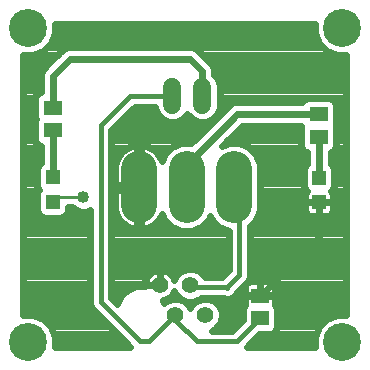
<source format=gtl>
G75*
%MOIN*%
%OFA0B0*%
%FSLAX24Y24*%
%IPPOS*%
%LPD*%
%AMOC8*
5,1,8,0,0,1.08239X$1,22.5*
%
%ADD10C,0.0560*%
%ADD11C,0.0594*%
%ADD12C,0.1185*%
%ADD13R,0.0591X0.0512*%
%ADD14R,0.0630X0.0512*%
%ADD15R,0.0472X0.0472*%
%ADD16C,0.0240*%
%ADD17C,0.0100*%
%ADD18C,0.0160*%
%ADD19C,0.0400*%
%ADD20C,0.1266*%
D10*
X005259Y002787D03*
X006259Y002787D03*
X005759Y001787D03*
X006759Y001787D03*
D11*
X006669Y008801D02*
X006669Y009395D01*
X005669Y009395D02*
X005669Y008801D01*
D12*
X006141Y006647D02*
X006141Y005462D01*
X004561Y005462D02*
X004561Y006647D01*
X007721Y006647D02*
X007721Y005462D01*
D13*
X008590Y002440D03*
X008590Y001692D03*
D14*
X010543Y007736D03*
X010543Y008484D03*
X001677Y008704D03*
X001677Y007956D03*
D15*
X001677Y006381D03*
X001677Y005555D03*
X010555Y005547D03*
X010555Y006374D03*
D16*
X010543Y006385D01*
X010543Y007736D01*
X010940Y007214D02*
X011015Y007245D01*
X011093Y007323D01*
X011135Y007425D01*
X011135Y008047D01*
X011109Y008110D01*
X011135Y008173D01*
X011135Y008795D01*
X011093Y008897D01*
X011015Y008975D01*
X010913Y009017D01*
X010173Y009017D01*
X010071Y008975D01*
X009993Y008897D01*
X009986Y008881D01*
X007735Y008881D01*
X007589Y008821D01*
X007478Y008709D01*
X006286Y007517D01*
X005968Y007517D01*
X005648Y007385D01*
X005404Y007140D01*
X005320Y006938D01*
X005292Y007007D01*
X005238Y007100D01*
X005173Y007184D01*
X005098Y007259D01*
X005014Y007324D01*
X004921Y007377D01*
X004823Y007418D01*
X004720Y007446D01*
X004639Y007456D01*
X004639Y006132D01*
X004484Y006132D01*
X004484Y007456D01*
X004402Y007446D01*
X004300Y007418D01*
X004201Y007377D01*
X004109Y007324D01*
X004024Y007259D01*
X003949Y007184D01*
X003884Y007100D01*
X003831Y007007D01*
X003790Y006909D01*
X003763Y006806D01*
X003749Y006700D01*
X003749Y006132D01*
X004484Y006132D01*
X004484Y005977D01*
X004639Y005977D01*
X004639Y004653D01*
X004720Y004664D01*
X004823Y004691D01*
X004921Y004732D01*
X005014Y004785D01*
X005098Y004850D01*
X005173Y004925D01*
X005238Y005010D01*
X005292Y005102D01*
X005320Y005171D01*
X005404Y004969D01*
X005648Y004725D01*
X005968Y004592D01*
X006314Y004592D01*
X006634Y004725D01*
X006879Y004969D01*
X006931Y005096D01*
X006984Y004969D01*
X007228Y004725D01*
X007540Y004596D01*
X007540Y003281D01*
X007336Y003077D01*
X006742Y003077D01*
X006732Y003103D01*
X006575Y003260D01*
X006370Y003344D01*
X006148Y003344D01*
X005944Y003260D01*
X005787Y003103D01*
X005728Y002962D01*
X005723Y002979D01*
X005687Y003049D01*
X005641Y003113D01*
X005585Y003168D01*
X005521Y003215D01*
X005451Y003250D01*
X005376Y003275D01*
X005299Y003287D01*
X005259Y003287D01*
X005220Y003287D01*
X005142Y003275D01*
X005067Y003250D01*
X004997Y003215D01*
X004934Y003168D01*
X004878Y003113D01*
X004832Y003049D01*
X004796Y002979D01*
X004772Y002904D01*
X004759Y002826D01*
X004759Y002787D01*
X005259Y002787D01*
X005259Y002787D01*
X004759Y002787D01*
X004759Y002748D01*
X004760Y002746D01*
X004459Y002746D01*
X004160Y002622D01*
X003930Y002392D01*
X003838Y002169D01*
X003638Y002368D01*
X003638Y007972D01*
X004407Y008740D01*
X005094Y008740D01*
X005094Y008687D01*
X005182Y008476D01*
X005343Y008314D01*
X005555Y008227D01*
X005783Y008227D01*
X005994Y008314D01*
X006156Y008476D01*
X006169Y008507D01*
X006182Y008476D01*
X006343Y008314D01*
X006555Y008227D01*
X006783Y008227D01*
X006994Y008314D01*
X007156Y008476D01*
X007243Y008687D01*
X007243Y009509D01*
X007156Y009720D01*
X007066Y009810D01*
X007066Y009992D01*
X007006Y010138D01*
X006581Y010563D01*
X006581Y010563D01*
X006469Y010675D01*
X006323Y010736D01*
X002188Y010736D01*
X002042Y010675D01*
X001930Y010563D01*
X001452Y010085D01*
X001340Y009973D01*
X001279Y009827D01*
X001279Y009226D01*
X001205Y009195D01*
X001126Y009117D01*
X001084Y009015D01*
X001084Y008393D01*
X001110Y008330D01*
X001084Y008267D01*
X001084Y007645D01*
X001126Y007543D01*
X001205Y007465D01*
X001279Y007434D01*
X001279Y006849D01*
X001205Y006775D01*
X001163Y006673D01*
X001163Y006090D01*
X001205Y005988D01*
X001225Y005968D01*
X001205Y005948D01*
X001163Y005846D01*
X001163Y005263D01*
X001205Y005161D01*
X001283Y005083D01*
X001385Y005041D01*
X001968Y005041D01*
X002070Y005083D01*
X002148Y005161D01*
X002190Y005263D01*
X002190Y005393D01*
X002333Y005393D01*
X002410Y005315D01*
X002586Y005243D01*
X002776Y005243D01*
X002923Y005304D01*
X002923Y002149D01*
X002978Y002018D01*
X004255Y000740D01*
X001760Y000740D01*
X001760Y001070D01*
X001622Y001405D01*
X001366Y001661D01*
X001031Y001800D01*
X000701Y001800D01*
X000701Y010451D01*
X001031Y010451D01*
X001366Y010590D01*
X001622Y010846D01*
X001760Y011181D01*
X001760Y011511D01*
X010412Y011511D01*
X010412Y011181D01*
X010550Y010846D01*
X010807Y010590D01*
X011141Y010451D01*
X011472Y010451D01*
X011472Y001800D01*
X011141Y001800D01*
X010807Y001661D01*
X010550Y001405D01*
X010412Y001070D01*
X010412Y000740D01*
X008143Y000740D01*
X008562Y001159D01*
X008941Y001159D01*
X009043Y001201D01*
X009121Y001279D01*
X009163Y001381D01*
X009163Y002004D01*
X009121Y002106D01*
X009098Y002128D01*
X011472Y002128D01*
X011472Y001890D02*
X009163Y001890D01*
X009163Y001651D02*
X010796Y001651D01*
X010558Y001413D02*
X009163Y001413D01*
X008977Y001174D02*
X010455Y001174D01*
X010412Y000936D02*
X008339Y000936D01*
X007805Y001413D02*
X007173Y001413D01*
X007232Y001471D02*
X007075Y001314D01*
X006986Y001277D01*
X007670Y001277D01*
X008017Y001625D01*
X008017Y002004D01*
X008060Y002106D01*
X008082Y002128D01*
X007207Y002128D01*
X007232Y002103D02*
X007075Y002260D01*
X006870Y002344D01*
X006648Y002344D01*
X006444Y002260D01*
X006287Y002103D01*
X006259Y002037D01*
X006232Y002103D01*
X006075Y002260D01*
X005870Y002344D01*
X005648Y002344D01*
X005444Y002260D01*
X005390Y002206D01*
X005353Y002296D01*
X005376Y002299D01*
X005451Y002324D01*
X005521Y002359D01*
X005585Y002406D01*
X005641Y002461D01*
X005687Y002525D01*
X005723Y002595D01*
X005728Y002612D01*
X005787Y002471D01*
X005944Y002314D01*
X006148Y002229D01*
X006370Y002229D01*
X006575Y002314D01*
X006623Y002363D01*
X007385Y002363D01*
X007432Y002343D01*
X007575Y002343D01*
X007706Y002397D01*
X007807Y002498D01*
X007834Y002565D01*
X008100Y002830D01*
X008200Y002931D01*
X008255Y003062D01*
X008255Y004765D01*
X008459Y004969D01*
X008591Y005289D01*
X008591Y006820D01*
X008459Y007140D01*
X008214Y007385D01*
X007894Y007517D01*
X007548Y007517D01*
X007312Y007419D01*
X007979Y008086D01*
X009967Y008086D01*
X009950Y008047D01*
X009950Y007425D01*
X009993Y007323D01*
X010071Y007245D01*
X010145Y007214D01*
X010145Y006829D01*
X010083Y006767D01*
X010041Y006665D01*
X010041Y006082D01*
X010083Y005980D01*
X010144Y005920D01*
X010142Y005918D01*
X010113Y005868D01*
X010098Y005812D01*
X010098Y005547D01*
X010555Y005547D01*
X011011Y005547D01*
X011011Y005812D01*
X010996Y005868D01*
X010967Y005918D01*
X010965Y005920D01*
X011026Y005980D01*
X011068Y006082D01*
X011068Y006665D01*
X011026Y006767D01*
X010948Y006845D01*
X010940Y006848D01*
X010940Y007214D01*
X010940Y007137D02*
X011472Y007137D01*
X011472Y007375D02*
X011115Y007375D01*
X011135Y007614D02*
X011472Y007614D01*
X011472Y007852D02*
X011135Y007852D01*
X011117Y008091D02*
X011472Y008091D01*
X011472Y008329D02*
X011135Y008329D01*
X011135Y008568D02*
X011472Y008568D01*
X011472Y008806D02*
X011131Y008806D01*
X011472Y009045D02*
X007243Y009045D01*
X007243Y009283D02*
X011472Y009283D01*
X011472Y009522D02*
X007238Y009522D01*
X007116Y009760D02*
X011472Y009760D01*
X011472Y009999D02*
X007064Y009999D01*
X006907Y010237D02*
X011472Y010237D01*
X011083Y010476D02*
X006668Y010476D01*
X006375Y010714D02*
X010682Y010714D01*
X010506Y010953D02*
X001666Y010953D01*
X001760Y011191D02*
X010412Y011191D01*
X010412Y011430D02*
X001760Y011430D01*
X001490Y010714D02*
X002136Y010714D01*
X001843Y010476D02*
X001090Y010476D01*
X000701Y010237D02*
X001604Y010237D01*
X001452Y010085D02*
X001452Y010085D01*
X001366Y009999D02*
X000701Y009999D01*
X000701Y009760D02*
X001279Y009760D01*
X001279Y009522D02*
X000701Y009522D01*
X000701Y009283D02*
X001279Y009283D01*
X001096Y009045D02*
X000701Y009045D01*
X000701Y008806D02*
X001084Y008806D01*
X001084Y008568D02*
X000701Y008568D01*
X000701Y008329D02*
X001110Y008329D01*
X001084Y008091D02*
X000701Y008091D01*
X000701Y007852D02*
X001084Y007852D01*
X001097Y007614D02*
X000701Y007614D01*
X000701Y007375D02*
X001279Y007375D01*
X001279Y007137D02*
X000701Y007137D01*
X000701Y006898D02*
X001279Y006898D01*
X001163Y006660D02*
X000701Y006660D01*
X000701Y006421D02*
X001163Y006421D01*
X001163Y006183D02*
X000701Y006183D01*
X000701Y005944D02*
X001204Y005944D01*
X001163Y005706D02*
X000701Y005706D01*
X000701Y005467D02*
X001163Y005467D01*
X001177Y005229D02*
X000701Y005229D01*
X000701Y004990D02*
X002923Y004990D01*
X002923Y004752D02*
X000701Y004752D01*
X000701Y004513D02*
X002923Y004513D01*
X002923Y004275D02*
X000701Y004275D01*
X000701Y004036D02*
X002923Y004036D01*
X002923Y003798D02*
X000701Y003798D01*
X000701Y003559D02*
X002923Y003559D01*
X002923Y003321D02*
X000701Y003321D01*
X000701Y003082D02*
X002923Y003082D01*
X002923Y002844D02*
X000701Y002844D01*
X000701Y002605D02*
X002923Y002605D01*
X002923Y002367D02*
X000701Y002367D01*
X000701Y002128D02*
X002932Y002128D01*
X003106Y001890D02*
X000701Y001890D01*
X001376Y001651D02*
X003344Y001651D01*
X003583Y001413D02*
X001614Y001413D01*
X001718Y001174D02*
X003821Y001174D01*
X004060Y000936D02*
X001760Y000936D01*
X003640Y002367D02*
X003920Y002367D01*
X004143Y002605D02*
X003638Y002605D01*
X003638Y002844D02*
X004762Y002844D01*
X004856Y003082D02*
X003638Y003082D01*
X003638Y003321D02*
X006091Y003321D01*
X005778Y003082D02*
X005663Y003082D01*
X005259Y003082D02*
X005259Y003082D01*
X005259Y003287D02*
X005259Y002787D01*
X005259Y003287D01*
X005259Y002844D02*
X005259Y002844D01*
X005259Y002787D02*
X005259Y002787D01*
X005531Y002367D02*
X005891Y002367D01*
X005731Y002605D02*
X005726Y002605D01*
X006207Y002128D02*
X006312Y002128D01*
X007232Y002103D02*
X007317Y001898D01*
X007317Y001676D01*
X007232Y001471D01*
X007306Y001651D02*
X008017Y001651D01*
X008017Y001890D02*
X007317Y001890D01*
X007632Y002367D02*
X008075Y002367D01*
X008075Y002433D02*
X008075Y002156D01*
X008082Y002128D01*
X008075Y002433D02*
X008582Y002433D01*
X008582Y002448D01*
X008075Y002448D01*
X008075Y002725D01*
X008090Y002781D01*
X008119Y002831D01*
X008160Y002872D01*
X008210Y002901D01*
X008266Y002916D01*
X008582Y002916D01*
X008582Y002448D01*
X008598Y002448D01*
X009105Y002448D01*
X009105Y002725D01*
X009090Y002781D01*
X009061Y002831D01*
X009020Y002872D01*
X008970Y002901D01*
X008914Y002916D01*
X008598Y002916D01*
X008598Y002448D01*
X008598Y002433D01*
X009105Y002433D01*
X009105Y002156D01*
X009098Y002128D01*
X009105Y002367D02*
X011472Y002367D01*
X011472Y002605D02*
X009105Y002605D01*
X009049Y002844D02*
X011472Y002844D01*
X011472Y003082D02*
X008255Y003082D01*
X008255Y003321D02*
X011472Y003321D01*
X011472Y003559D02*
X008255Y003559D01*
X008255Y003798D02*
X011472Y003798D01*
X011472Y004036D02*
X008255Y004036D01*
X008255Y004275D02*
X011472Y004275D01*
X011472Y004513D02*
X008255Y004513D01*
X008255Y004752D02*
X011472Y004752D01*
X011472Y004990D02*
X008467Y004990D01*
X008566Y005229D02*
X010113Y005229D01*
X010113Y005226D02*
X010142Y005175D01*
X010183Y005135D01*
X010234Y005106D01*
X010289Y005091D01*
X010555Y005091D01*
X010820Y005091D01*
X010876Y005106D01*
X010926Y005135D01*
X010967Y005175D01*
X010996Y005226D01*
X011011Y005282D01*
X011011Y005547D01*
X010555Y005547D01*
X010555Y005547D01*
X010555Y004405D01*
X008590Y002440D01*
X008582Y002605D02*
X008598Y002605D01*
X008582Y002844D02*
X008598Y002844D01*
X008131Y002844D02*
X008113Y002844D01*
X008075Y002605D02*
X007874Y002605D01*
X007340Y003082D02*
X006741Y003082D01*
X006428Y003321D02*
X007540Y003321D01*
X007540Y003559D02*
X003638Y003559D01*
X003638Y003798D02*
X007540Y003798D01*
X007540Y004036D02*
X003638Y004036D01*
X003638Y004275D02*
X007540Y004275D01*
X007540Y004513D02*
X003638Y004513D01*
X003638Y004752D02*
X004167Y004752D01*
X004201Y004732D02*
X004300Y004691D01*
X004402Y004664D01*
X004484Y004653D01*
X004484Y005977D01*
X003749Y005977D01*
X003749Y005409D01*
X003763Y005303D01*
X003790Y005200D01*
X003831Y005102D01*
X003884Y005010D01*
X003949Y004925D01*
X004024Y004850D01*
X004109Y004785D01*
X004201Y004732D01*
X004484Y004752D02*
X004639Y004752D01*
X004639Y004990D02*
X004484Y004990D01*
X004484Y005229D02*
X004639Y005229D01*
X004639Y005467D02*
X004484Y005467D01*
X004484Y005706D02*
X004639Y005706D01*
X004639Y005944D02*
X004484Y005944D01*
X004484Y006183D02*
X004639Y006183D01*
X004639Y006421D02*
X004484Y006421D01*
X004484Y006660D02*
X004639Y006660D01*
X004639Y006898D02*
X004484Y006898D01*
X004484Y007137D02*
X004639Y007137D01*
X004639Y007375D02*
X004484Y007375D01*
X004197Y007375D02*
X003638Y007375D01*
X003638Y007137D02*
X003913Y007137D01*
X003787Y006898D02*
X003638Y006898D01*
X003638Y006660D02*
X003749Y006660D01*
X003749Y006421D02*
X003638Y006421D01*
X003638Y006183D02*
X003749Y006183D01*
X003749Y005944D02*
X003638Y005944D01*
X003638Y005706D02*
X003749Y005706D01*
X003749Y005467D02*
X003638Y005467D01*
X003638Y005229D02*
X003783Y005229D01*
X003899Y004990D02*
X003638Y004990D01*
X002923Y005229D02*
X002176Y005229D01*
X001677Y006381D02*
X001677Y007956D01*
X001677Y008704D02*
X001677Y009748D01*
X002267Y010338D01*
X006244Y010338D01*
X006669Y009913D01*
X006669Y009098D01*
X007243Y008806D02*
X007575Y008806D01*
X007336Y008568D02*
X007194Y008568D01*
X007098Y008329D02*
X007009Y008329D01*
X006859Y008091D02*
X003757Y008091D01*
X003638Y007852D02*
X006621Y007852D01*
X006382Y007614D02*
X003638Y007614D01*
X003995Y008329D02*
X005329Y008329D01*
X005144Y008568D02*
X004234Y008568D01*
X004926Y007375D02*
X005639Y007375D01*
X005402Y007137D02*
X005210Y007137D01*
X006141Y006811D02*
X007814Y008484D01*
X010543Y008484D01*
X009950Y007852D02*
X007745Y007852D01*
X007506Y007614D02*
X009950Y007614D01*
X009971Y007375D02*
X008224Y007375D01*
X008460Y007137D02*
X010145Y007137D01*
X010145Y006898D02*
X008559Y006898D01*
X008591Y006660D02*
X010041Y006660D01*
X010041Y006421D02*
X008591Y006421D01*
X008591Y006183D02*
X010041Y006183D01*
X010119Y005944D02*
X008591Y005944D01*
X008591Y005706D02*
X010098Y005706D01*
X010098Y005547D02*
X010098Y005282D01*
X010113Y005226D01*
X010098Y005467D02*
X008591Y005467D01*
X010098Y005547D02*
X010555Y005547D01*
X010555Y005091D01*
X010555Y005547D01*
X010555Y005547D01*
X010555Y005547D01*
X010555Y005467D02*
X010555Y005467D01*
X010555Y005229D02*
X010555Y005229D01*
X010997Y005229D02*
X011472Y005229D01*
X011472Y005467D02*
X011011Y005467D01*
X011011Y005706D02*
X011472Y005706D01*
X011472Y005944D02*
X010990Y005944D01*
X011068Y006183D02*
X011472Y006183D01*
X011472Y006421D02*
X011068Y006421D01*
X011068Y006660D02*
X011472Y006660D01*
X011472Y006898D02*
X010940Y006898D01*
X007202Y004752D02*
X006661Y004752D01*
X006887Y004990D02*
X006975Y004990D01*
X006141Y006055D02*
X006141Y006811D01*
X006009Y008329D02*
X006329Y008329D01*
X005395Y004990D02*
X005223Y004990D01*
X004955Y004752D02*
X005622Y004752D01*
D17*
X006259Y002787D02*
X006181Y002720D01*
X007681Y005720D02*
X007721Y006055D01*
X002681Y005720D02*
X001681Y005720D01*
X001677Y005555D01*
D18*
X003281Y008120D02*
X003281Y002220D01*
X004581Y000920D01*
X004892Y000920D01*
X005759Y001787D01*
X005759Y001641D01*
X006481Y000920D01*
X007818Y000920D01*
X008590Y001692D01*
X007503Y002700D02*
X007503Y002740D01*
X007897Y003133D01*
X007897Y005879D01*
X007721Y006055D01*
X005669Y009098D02*
X004259Y009098D01*
X003281Y008120D01*
X006181Y002720D02*
X007484Y002720D01*
X007503Y002700D01*
D19*
X002681Y005720D03*
D20*
X000850Y000889D03*
X000850Y011362D03*
X011322Y011362D03*
X011322Y000889D03*
M02*

</source>
